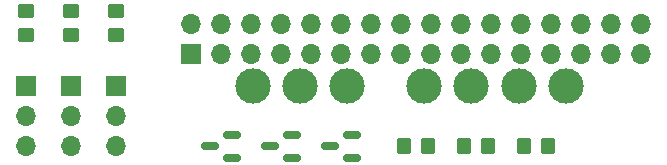
<source format=gbs>
G04 #@! TF.GenerationSoftware,KiCad,Pcbnew,(6.0.6)*
G04 #@! TF.CreationDate,2022-08-10T20:14:49+02:00*
G04 #@! TF.ProjectId,joystick,6a6f7973-7469-4636-9b2e-6b696361645f,rev?*
G04 #@! TF.SameCoordinates,Original*
G04 #@! TF.FileFunction,Soldermask,Bot*
G04 #@! TF.FilePolarity,Negative*
%FSLAX46Y46*%
G04 Gerber Fmt 4.6, Leading zero omitted, Abs format (unit mm)*
G04 Created by KiCad (PCBNEW (6.0.6)) date 2022-08-10 20:14:49*
%MOMM*%
%LPD*%
G01*
G04 APERTURE LIST*
G04 Aperture macros list*
%AMRoundRect*
0 Rectangle with rounded corners*
0 $1 Rounding radius*
0 $2 $3 $4 $5 $6 $7 $8 $9 X,Y pos of 4 corners*
0 Add a 4 corners polygon primitive as box body*
4,1,4,$2,$3,$4,$5,$6,$7,$8,$9,$2,$3,0*
0 Add four circle primitives for the rounded corners*
1,1,$1+$1,$2,$3*
1,1,$1+$1,$4,$5*
1,1,$1+$1,$6,$7*
1,1,$1+$1,$8,$9*
0 Add four rect primitives between the rounded corners*
20,1,$1+$1,$2,$3,$4,$5,0*
20,1,$1+$1,$4,$5,$6,$7,0*
20,1,$1+$1,$6,$7,$8,$9,0*
20,1,$1+$1,$8,$9,$2,$3,0*%
G04 Aperture macros list end*
%ADD10R,1.700000X1.700000*%
%ADD11O,1.700000X1.700000*%
%ADD12C,3.000000*%
%ADD13RoundRect,0.250000X0.350000X0.450000X-0.350000X0.450000X-0.350000X-0.450000X0.350000X-0.450000X0*%
%ADD14RoundRect,0.250000X-0.450000X0.350000X-0.450000X-0.350000X0.450000X-0.350000X0.450000X0.350000X0*%
%ADD15RoundRect,0.150000X0.587500X0.150000X-0.587500X0.150000X-0.587500X-0.150000X0.587500X-0.150000X0*%
G04 APERTURE END LIST*
D10*
X125730000Y-95016000D03*
D11*
X125730000Y-92476000D03*
X128270000Y-95016000D03*
X128270000Y-92476000D03*
X130810000Y-95016000D03*
X130810000Y-92476000D03*
X133350000Y-95016000D03*
X133350000Y-92476000D03*
X135890000Y-95016000D03*
X135890000Y-92476000D03*
X138430000Y-95016000D03*
X138430000Y-92476000D03*
X140970000Y-95016000D03*
X140970000Y-92476000D03*
X143510000Y-95016000D03*
X143510000Y-92476000D03*
X146050000Y-95016000D03*
X146050000Y-92476000D03*
X148590000Y-95016000D03*
X148590000Y-92476000D03*
X151130000Y-95016000D03*
X151130000Y-92476000D03*
X153670000Y-95016000D03*
X153670000Y-92476000D03*
X156210000Y-95016000D03*
X156210000Y-92476000D03*
X158750000Y-95016000D03*
X158750000Y-92476000D03*
X161290000Y-95016000D03*
X161290000Y-92476000D03*
X163830000Y-95016000D03*
X163830000Y-92476000D03*
D12*
X130980000Y-97790000D03*
X134980000Y-97790000D03*
X138980000Y-97790000D03*
X145480000Y-97790000D03*
X149480000Y-97790000D03*
X153480000Y-97790000D03*
X157480000Y-97790000D03*
D13*
X145780000Y-102870000D03*
X143780000Y-102870000D03*
D14*
X115570000Y-91440000D03*
X115570000Y-93440000D03*
D13*
X155940000Y-102870000D03*
X153940000Y-102870000D03*
X150860000Y-102870000D03*
X148860000Y-102870000D03*
D14*
X111760000Y-91440000D03*
X111760000Y-93440000D03*
X119380000Y-91440000D03*
X119380000Y-93440000D03*
D15*
X129207500Y-101920000D03*
X129207500Y-103820000D03*
X127332500Y-102870000D03*
X134287500Y-101920000D03*
X134287500Y-103820000D03*
X132412500Y-102870000D03*
X139367500Y-101920000D03*
X139367500Y-103820000D03*
X137492500Y-102870000D03*
D11*
X119380000Y-102870000D03*
X119380000Y-100330000D03*
D10*
X119380000Y-97790000D03*
D11*
X115570000Y-102885000D03*
X115570000Y-100345000D03*
D10*
X115570000Y-97805000D03*
D11*
X111760000Y-102885000D03*
X111760000Y-100345000D03*
D10*
X111760000Y-97805000D03*
M02*

</source>
